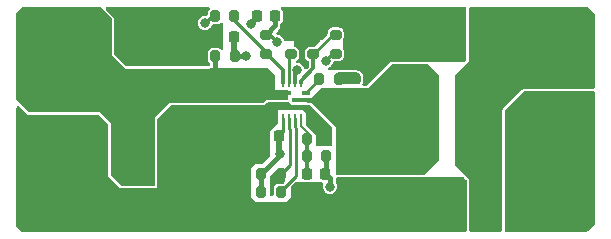
<source format=gtl>
G04 #@! TF.GenerationSoftware,KiCad,Pcbnew,8.0.5*
G04 #@! TF.CreationDate,2024-10-13T03:13:11+02:00*
G04 #@! TF.ProjectId,DCDC_converter,44434443-5f63-46f6-9e76-65727465722e,rev?*
G04 #@! TF.SameCoordinates,Original*
G04 #@! TF.FileFunction,Copper,L1,Top*
G04 #@! TF.FilePolarity,Positive*
%FSLAX46Y46*%
G04 Gerber Fmt 4.6, Leading zero omitted, Abs format (unit mm)*
G04 Created by KiCad (PCBNEW 8.0.5) date 2024-10-13 03:13:11*
%MOMM*%
%LPD*%
G01*
G04 APERTURE LIST*
G04 Aperture macros list*
%AMRoundRect*
0 Rectangle with rounded corners*
0 $1 Rounding radius*
0 $2 $3 $4 $5 $6 $7 $8 $9 X,Y pos of 4 corners*
0 Add a 4 corners polygon primitive as box body*
4,1,4,$2,$3,$4,$5,$6,$7,$8,$9,$2,$3,0*
0 Add four circle primitives for the rounded corners*
1,1,$1+$1,$2,$3*
1,1,$1+$1,$4,$5*
1,1,$1+$1,$6,$7*
1,1,$1+$1,$8,$9*
0 Add four rect primitives between the rounded corners*
20,1,$1+$1,$2,$3,$4,$5,0*
20,1,$1+$1,$4,$5,$6,$7,0*
20,1,$1+$1,$6,$7,$8,$9,0*
20,1,$1+$1,$8,$9,$2,$3,0*%
G04 Aperture macros list end*
G04 #@! TA.AperFunction,SMDPad,CuDef*
%ADD10RoundRect,0.250000X0.250000X0.475000X-0.250000X0.475000X-0.250000X-0.475000X0.250000X-0.475000X0*%
G04 #@! TD*
G04 #@! TA.AperFunction,SMDPad,CuDef*
%ADD11RoundRect,0.200000X-0.200000X-0.275000X0.200000X-0.275000X0.200000X0.275000X-0.200000X0.275000X0*%
G04 #@! TD*
G04 #@! TA.AperFunction,SMDPad,CuDef*
%ADD12RoundRect,0.250000X-0.475000X0.250000X-0.475000X-0.250000X0.475000X-0.250000X0.475000X0.250000X0*%
G04 #@! TD*
G04 #@! TA.AperFunction,SMDPad,CuDef*
%ADD13RoundRect,0.200000X-0.275000X0.200000X-0.275000X-0.200000X0.275000X-0.200000X0.275000X0.200000X0*%
G04 #@! TD*
G04 #@! TA.AperFunction,SMDPad,CuDef*
%ADD14RoundRect,0.200000X0.275000X-0.200000X0.275000X0.200000X-0.275000X0.200000X-0.275000X-0.200000X0*%
G04 #@! TD*
G04 #@! TA.AperFunction,SMDPad,CuDef*
%ADD15RoundRect,0.225000X0.225000X0.250000X-0.225000X0.250000X-0.225000X-0.250000X0.225000X-0.250000X0*%
G04 #@! TD*
G04 #@! TA.AperFunction,ComponentPad*
%ADD16R,1.700000X1.700000*%
G04 #@! TD*
G04 #@! TA.AperFunction,ComponentPad*
%ADD17O,1.700000X1.700000*%
G04 #@! TD*
G04 #@! TA.AperFunction,SMDPad,CuDef*
%ADD18R,2.600000X8.200000*%
G04 #@! TD*
G04 #@! TA.AperFunction,SMDPad,CuDef*
%ADD19RoundRect,0.200000X0.200000X0.275000X-0.200000X0.275000X-0.200000X-0.275000X0.200000X-0.275000X0*%
G04 #@! TD*
G04 #@! TA.AperFunction,ComponentPad*
%ADD20R,1.600000X1.600000*%
G04 #@! TD*
G04 #@! TA.AperFunction,ComponentPad*
%ADD21C,1.600000*%
G04 #@! TD*
G04 #@! TA.AperFunction,SMDPad,CuDef*
%ADD22RoundRect,0.218750X-0.218750X-0.256250X0.218750X-0.256250X0.218750X0.256250X-0.218750X0.256250X0*%
G04 #@! TD*
G04 #@! TA.AperFunction,SMDPad,CuDef*
%ADD23RoundRect,0.225000X0.250000X-0.225000X0.250000X0.225000X-0.250000X0.225000X-0.250000X-0.225000X0*%
G04 #@! TD*
G04 #@! TA.AperFunction,SMDPad,CuDef*
%ADD24RoundRect,0.225000X-0.250000X0.225000X-0.250000X-0.225000X0.250000X-0.225000X0.250000X0.225000X0*%
G04 #@! TD*
G04 #@! TA.AperFunction,SMDPad,CuDef*
%ADD25R,1.500000X0.300000*%
G04 #@! TD*
G04 #@! TA.AperFunction,SMDPad,CuDef*
%ADD26R,0.250000X0.700000*%
G04 #@! TD*
G04 #@! TA.AperFunction,SMDPad,CuDef*
%ADD27R,0.700000X0.300000*%
G04 #@! TD*
G04 #@! TA.AperFunction,ViaPad*
%ADD28C,0.600000*%
G04 #@! TD*
G04 #@! TA.AperFunction,ViaPad*
%ADD29C,0.450000*%
G04 #@! TD*
G04 #@! TA.AperFunction,ViaPad*
%ADD30C,0.800000*%
G04 #@! TD*
G04 #@! TA.AperFunction,Conductor*
%ADD31C,0.400000*%
G04 #@! TD*
G04 #@! TA.AperFunction,Conductor*
%ADD32C,0.500000*%
G04 #@! TD*
G04 #@! TA.AperFunction,Conductor*
%ADD33C,0.300000*%
G04 #@! TD*
G04 #@! TA.AperFunction,Conductor*
%ADD34C,0.250000*%
G04 #@! TD*
G04 #@! TA.AperFunction,Conductor*
%ADD35C,1.000000*%
G04 #@! TD*
G04 #@! TA.AperFunction,Conductor*
%ADD36C,0.200000*%
G04 #@! TD*
G04 APERTURE END LIST*
D10*
X89654998Y-53640000D03*
X87755000Y-53640000D03*
D11*
X67312500Y-51275000D03*
X68962500Y-51275000D03*
D12*
X68772500Y-57735000D03*
X68772500Y-59634998D03*
D10*
X89704998Y-68460000D03*
X87805000Y-68460000D03*
D13*
X77537500Y-52820000D03*
X77537500Y-54470000D03*
D14*
X73732500Y-54475000D03*
X73732500Y-52825000D03*
D15*
X68922500Y-53050000D03*
X67372500Y-53050000D03*
D11*
X71242500Y-64655000D03*
X72892500Y-64655000D03*
X67327500Y-54660000D03*
X68977500Y-54660000D03*
D16*
X94037500Y-64830000D03*
D17*
X96577500Y-64830000D03*
D16*
X94037500Y-54670000D03*
D17*
X96577500Y-54670000D03*
D18*
X84037500Y-60000000D03*
X89637500Y-60000000D03*
D19*
X76722500Y-63125000D03*
X75072500Y-63125000D03*
D20*
X61317500Y-64440000D03*
D21*
X63817500Y-64440000D03*
D22*
X70850000Y-51275000D03*
X72425000Y-51275000D03*
D23*
X79182500Y-58095000D03*
X79182500Y-56545000D03*
D16*
X55937500Y-67370000D03*
D17*
X53397500Y-67370000D03*
D11*
X71242500Y-66115000D03*
X72892500Y-66115000D03*
X75072500Y-61665000D03*
X76722500Y-61665000D03*
D14*
X71605000Y-54475000D03*
X71605000Y-52825000D03*
D15*
X76672500Y-64655000D03*
X75122500Y-64655000D03*
D12*
X66812500Y-57735002D03*
X66812500Y-59635000D03*
D16*
X55937500Y-52130000D03*
D17*
X53397500Y-52130000D03*
D10*
X89704998Y-66500000D03*
X87805000Y-66500000D03*
X89654999Y-51680000D03*
X87755001Y-51680000D03*
D24*
X70482500Y-57925000D03*
X70482500Y-59475000D03*
D12*
X64852500Y-57735002D03*
X64852500Y-59635000D03*
D11*
X76142500Y-56565000D03*
X77792500Y-56565000D03*
D25*
X73012500Y-57755000D03*
X73012500Y-59055000D03*
D26*
X73062500Y-59855000D03*
X73562500Y-59855000D03*
X74062500Y-59855000D03*
X74562500Y-59855000D03*
D27*
X75012500Y-59055000D03*
D25*
X74612500Y-58405000D03*
D27*
X75012500Y-57755000D03*
D26*
X74562500Y-56955000D03*
X74062500Y-56955000D03*
X73562500Y-56955000D03*
X73062500Y-56955000D03*
D15*
X72742500Y-61395000D03*
X71192500Y-61395000D03*
D14*
X75637500Y-54470000D03*
X75637500Y-52820000D03*
D28*
X67750000Y-64250000D03*
X51550000Y-61150000D03*
X65100000Y-53000000D03*
X70125000Y-60725000D03*
X75700000Y-51250000D03*
X56350000Y-62450000D03*
X62250000Y-68500000D03*
X56800000Y-64900000D03*
X68950000Y-61400000D03*
X71675000Y-60150000D03*
X64650000Y-68500000D03*
X69550000Y-62600000D03*
X92975000Y-59350000D03*
X67750000Y-66650000D03*
X60300000Y-53000000D03*
X84550000Y-68500000D03*
X63900000Y-51800000D03*
X53950000Y-63700000D03*
X57550000Y-61150000D03*
X75825000Y-60025000D03*
X96550000Y-59350000D03*
X81300000Y-66500000D03*
X94425000Y-61750000D03*
X81775000Y-51250000D03*
X85750000Y-68500000D03*
X57550000Y-63700000D03*
X71675000Y-59250000D03*
X66300000Y-66650000D03*
X94425000Y-59350000D03*
X83125000Y-52650000D03*
X52000000Y-64900000D03*
X55150000Y-61150000D03*
X79650000Y-54800000D03*
X98000000Y-59350000D03*
X98000000Y-61750000D03*
X62700000Y-53000000D03*
X71750000Y-68500000D03*
X93250000Y-68025000D03*
X81775000Y-54050000D03*
X61500000Y-51800000D03*
X65850000Y-68500000D03*
X85750000Y-66500000D03*
X52775000Y-62450000D03*
X76937500Y-60800000D03*
X61500000Y-54200000D03*
X63900000Y-54200000D03*
X67750000Y-61400000D03*
X80325000Y-52650000D03*
X84550000Y-66500000D03*
X66550000Y-61400000D03*
X97400000Y-68025000D03*
X67150000Y-62600000D03*
X76187500Y-61950000D03*
X85900000Y-54050000D03*
X51550000Y-63700000D03*
X66300000Y-64250000D03*
X85900000Y-51250000D03*
X68350000Y-62600000D03*
X74150000Y-68500000D03*
X67750000Y-65450000D03*
X53950000Y-61150000D03*
X80100000Y-66500000D03*
X66300000Y-65450000D03*
X81300000Y-68500000D03*
X96550000Y-61750000D03*
X78100000Y-51250000D03*
X55150000Y-63700000D03*
X61050000Y-68500000D03*
X70550000Y-68500000D03*
X80100000Y-68500000D03*
X92975000Y-61750000D03*
X75350000Y-68500000D03*
X59800000Y-63650000D03*
X60400000Y-56850000D03*
X61000000Y-61250000D03*
D29*
X72225000Y-58125000D03*
D28*
X71650000Y-57850000D03*
X52200000Y-55625000D03*
X69700000Y-58300000D03*
X65900000Y-56150000D03*
X69500000Y-56150000D03*
X68900000Y-56900000D03*
X67800000Y-58300000D03*
X70100000Y-56900000D03*
X60400000Y-58550000D03*
X67100000Y-56150000D03*
X53400000Y-58250000D03*
X58200000Y-55625000D03*
X57000000Y-55625000D03*
X57000000Y-58250000D03*
X71350000Y-56900000D03*
X67700000Y-56900000D03*
X65300000Y-56900000D03*
D29*
X73325000Y-58125000D03*
D28*
X52200000Y-58250000D03*
X68300000Y-56150000D03*
X70800000Y-56150000D03*
X59800000Y-62450000D03*
X58200000Y-58250000D03*
X53400000Y-55625000D03*
X64700000Y-56150000D03*
X65850000Y-58300000D03*
X54600000Y-57050000D03*
X62000000Y-57650000D03*
X66500000Y-56900000D03*
D29*
X72775000Y-58125000D03*
D28*
X59800000Y-60050000D03*
X59800000Y-64850000D03*
X61000000Y-62450000D03*
X55800000Y-57050000D03*
D30*
X69950000Y-54650000D03*
X74287500Y-55837500D03*
X72850000Y-62950000D03*
X72587500Y-53450000D03*
X76737500Y-55050000D03*
D28*
X98700000Y-56650000D03*
X97650000Y-52450000D03*
X91450000Y-53900000D03*
X92075000Y-57250000D03*
D30*
X77037500Y-65700000D03*
D28*
X89550000Y-64925000D03*
X97650000Y-51250000D03*
X92575000Y-51850000D03*
X90925000Y-64925000D03*
D30*
X90650000Y-67500000D03*
X70337500Y-51912500D03*
X66450000Y-51850000D03*
D31*
X67327500Y-54660000D02*
X67327500Y-55960000D01*
D32*
X68922500Y-53050000D02*
X68922500Y-54605000D01*
D31*
X69940000Y-54660000D02*
X68977500Y-54660000D01*
D32*
X68922500Y-54605000D02*
X68977500Y-54660000D01*
D33*
X74062500Y-56062500D02*
X74062500Y-56955000D01*
D31*
X69950000Y-54650000D02*
X69940000Y-54660000D01*
D34*
X69950000Y-54650000D02*
X69630000Y-54650000D01*
D33*
X74287500Y-55837500D02*
X74062500Y-56062500D01*
D32*
X72737500Y-62800000D02*
X72887500Y-62950000D01*
D33*
X76737500Y-55050000D02*
X77317500Y-54470000D01*
D31*
X72850000Y-63047500D02*
X71242500Y-64655000D01*
D33*
X71962500Y-52825000D02*
X72587500Y-53450000D01*
D31*
X72687500Y-62845000D02*
X72687500Y-63155000D01*
D32*
X72737500Y-61400000D02*
X72737500Y-62800000D01*
D31*
X72425000Y-52005000D02*
X71605000Y-52825000D01*
D32*
X72742500Y-61395000D02*
X72737500Y-61400000D01*
D34*
X73062500Y-59855000D02*
X73062500Y-61045000D01*
D33*
X77317500Y-54470000D02*
X77537500Y-54470000D01*
D34*
X73062500Y-61045000D02*
X72712500Y-61395000D01*
D33*
X71605000Y-52825000D02*
X71962500Y-52825000D01*
D31*
X72425000Y-51275000D02*
X72425000Y-52005000D01*
X71242500Y-66115000D02*
X71242500Y-64655000D01*
X72850000Y-62950000D02*
X72850000Y-63047500D01*
D35*
X77937500Y-56500000D02*
X79137500Y-56500000D01*
D32*
X79122500Y-56565000D02*
X79137500Y-56550000D01*
D33*
X74667500Y-58350000D02*
X74612500Y-58405000D01*
D31*
X75218750Y-58350000D02*
X76181250Y-58350000D01*
D33*
X75218750Y-58350000D02*
X74667500Y-58350000D01*
D31*
X76687500Y-64650000D02*
X77037500Y-65000000D01*
X77037500Y-65000000D02*
X77037500Y-65700000D01*
X76722500Y-64615000D02*
X76687500Y-64650000D01*
X76722500Y-63125000D02*
X76722500Y-64615000D01*
D33*
X75072500Y-63135000D02*
X75087500Y-63150000D01*
X75072500Y-61665000D02*
X75072500Y-63135000D01*
D36*
X74562500Y-59855000D02*
X74562500Y-60525000D01*
X75337500Y-61350000D02*
X75087500Y-61600000D01*
X74562500Y-60525000D02*
X75337500Y-61300000D01*
X75087500Y-61600000D02*
X75087500Y-61650000D01*
D33*
X75122500Y-64655000D02*
X75122500Y-63135000D01*
X75122500Y-63135000D02*
X75087500Y-63100000D01*
D36*
X75337500Y-61300000D02*
X75337500Y-61350000D01*
D34*
X73687500Y-63900000D02*
X72937500Y-64650000D01*
X73687500Y-60887437D02*
X73687500Y-63900000D01*
X73562500Y-59855000D02*
X73562500Y-60762437D01*
X73562500Y-60762437D02*
X73687500Y-60887437D01*
X74062500Y-60626041D02*
X74187500Y-60751041D01*
X74187500Y-60751041D02*
X74187500Y-64800000D01*
X74062500Y-59855000D02*
X74062500Y-60626041D01*
X74187500Y-64800000D02*
X72887500Y-66100000D01*
X73562500Y-54645000D02*
X73732500Y-54475000D01*
X73562500Y-56955000D02*
X73562500Y-54645000D01*
X76142500Y-56565000D02*
X76142500Y-56625000D01*
X76142500Y-56625000D02*
X75012500Y-57755000D01*
D33*
X68962500Y-51275000D02*
X68962500Y-51631739D01*
D34*
X71605000Y-54475000D02*
X71745000Y-54475000D01*
D33*
X71745000Y-54475000D02*
X73062500Y-55792500D01*
X68962500Y-51631739D02*
X71745000Y-54414239D01*
X73062500Y-55792500D02*
X73062500Y-56955000D01*
X71745000Y-54414239D02*
X71745000Y-54475000D01*
X74562500Y-56747500D02*
X74562500Y-56955000D01*
X75637500Y-54470000D02*
X75637500Y-55672500D01*
D34*
X75637500Y-54470000D02*
X75562500Y-54395000D01*
D33*
X75637500Y-55672500D02*
X74562500Y-56747500D01*
D34*
X77537500Y-52820000D02*
X77287500Y-52820000D01*
X75562500Y-54395000D02*
X75562500Y-54385000D01*
X77287500Y-52820000D02*
X75637500Y-54470000D01*
X70850000Y-51400000D02*
X70337500Y-51912500D01*
X66450000Y-51850000D02*
X67025000Y-51275000D01*
D33*
X70850000Y-51275000D02*
X70850000Y-51400000D01*
X67025000Y-51275000D02*
X67312500Y-51275000D01*
G04 #@! TA.AperFunction,Conductor*
G36*
X57658303Y-50520185D02*
G01*
X57678565Y-50536440D01*
X57891416Y-50747472D01*
X57912943Y-50776101D01*
X57931816Y-50810664D01*
X57931820Y-50810670D01*
X57966860Y-50857477D01*
X57966864Y-50857481D01*
X57966871Y-50857491D01*
X57966878Y-50857498D01*
X58558181Y-51448801D01*
X58591666Y-51510124D01*
X58594500Y-51536482D01*
X58594500Y-54448638D01*
X58595678Y-54470618D01*
X58598511Y-54496965D01*
X58598512Y-54496967D01*
X58622470Y-54573478D01*
X58622471Y-54573483D01*
X58636872Y-54599855D01*
X58655956Y-54634805D01*
X58655958Y-54634808D01*
X58655960Y-54634811D01*
X58690998Y-54681615D01*
X58691002Y-54681619D01*
X58691009Y-54681629D01*
X58691016Y-54681636D01*
X59618365Y-55608986D01*
X59618366Y-55608987D01*
X59634716Y-55623674D01*
X59634730Y-55623686D01*
X59634738Y-55623693D01*
X59643136Y-55630460D01*
X59655379Y-55640327D01*
X59726424Y-55677490D01*
X59793456Y-55697173D01*
X59793458Y-55697173D01*
X59793464Y-55697175D01*
X59851362Y-55705500D01*
X59851366Y-55705500D01*
X66802991Y-55705500D01*
X66803000Y-55705500D01*
X66846684Y-55700803D01*
X66884488Y-55692579D01*
X66898174Y-55689602D01*
X66898190Y-55689598D01*
X66898195Y-55689597D01*
X66908373Y-55687110D01*
X66987305Y-55645048D01*
X67046129Y-55630481D01*
X71698285Y-55649785D01*
X71765241Y-55669748D01*
X71786236Y-55686896D01*
X72401967Y-56313821D01*
X72434899Y-56375443D01*
X72437500Y-56400709D01*
X72437500Y-57525000D01*
X73413500Y-57525000D01*
X73480539Y-57544685D01*
X73526294Y-57597489D01*
X73537500Y-57649000D01*
X73537500Y-58220500D01*
X73517815Y-58287539D01*
X73465011Y-58333294D01*
X73413500Y-58344500D01*
X73371389Y-58344500D01*
X73355292Y-58345132D01*
X73334725Y-58346750D01*
X73315278Y-58346750D01*
X73294710Y-58345132D01*
X73278611Y-58344500D01*
X73278598Y-58344500D01*
X72821402Y-58344500D01*
X72821389Y-58344500D01*
X72805292Y-58345132D01*
X72784725Y-58346750D01*
X72765278Y-58346750D01*
X72744710Y-58345132D01*
X72728611Y-58344500D01*
X72728598Y-58344500D01*
X72271402Y-58344500D01*
X72271389Y-58344500D01*
X72255292Y-58345132D01*
X72234725Y-58346750D01*
X72215278Y-58346750D01*
X72194710Y-58345132D01*
X72178611Y-58344500D01*
X72178598Y-58344500D01*
X71801362Y-58344500D01*
X71801361Y-58344500D01*
X71779381Y-58345678D01*
X71753034Y-58348511D01*
X71753032Y-58348512D01*
X71676521Y-58372470D01*
X71676516Y-58372471D01*
X71615188Y-58405960D01*
X71568384Y-58440998D01*
X71568363Y-58441016D01*
X71451199Y-58558181D01*
X71389876Y-58591666D01*
X71363518Y-58594500D01*
X69784307Y-58594500D01*
X69773892Y-58594872D01*
X69772528Y-58594921D01*
X69768100Y-58595000D01*
X69631900Y-58595000D01*
X69627472Y-58594921D01*
X69626107Y-58594872D01*
X69615693Y-58594500D01*
X67884307Y-58594500D01*
X67873892Y-58594872D01*
X67872528Y-58594921D01*
X67868100Y-58595000D01*
X67731900Y-58595000D01*
X67727472Y-58594921D01*
X67726107Y-58594872D01*
X67715693Y-58594500D01*
X65934307Y-58594500D01*
X65923892Y-58594872D01*
X65922528Y-58594921D01*
X65918100Y-58595000D01*
X65781900Y-58595000D01*
X65777472Y-58594921D01*
X65776107Y-58594872D01*
X65765693Y-58594500D01*
X63601362Y-58594500D01*
X63601361Y-58594500D01*
X63579381Y-58595678D01*
X63546979Y-58599163D01*
X63546916Y-58598578D01*
X63533117Y-58600000D01*
X63437500Y-58600000D01*
X62913244Y-59146099D01*
X62911473Y-59147906D01*
X62341014Y-59718365D01*
X62341012Y-59718366D01*
X62326325Y-59734716D01*
X62326302Y-59734743D01*
X62309675Y-59755376D01*
X62309669Y-59755386D01*
X62295516Y-59782442D01*
X62275095Y-59810837D01*
X62237501Y-59849998D01*
X62237500Y-59850001D01*
X62237500Y-65520500D01*
X62217815Y-65587539D01*
X62165011Y-65633294D01*
X62113500Y-65644500D01*
X59433362Y-65644500D01*
X59366323Y-65624815D01*
X59345681Y-65608181D01*
X58573819Y-64836319D01*
X58540334Y-64774996D01*
X58537500Y-64748638D01*
X58537500Y-60290000D01*
X58537499Y-60289999D01*
X58092817Y-59849998D01*
X57587500Y-59350000D01*
X57587499Y-59350000D01*
X51551362Y-59350000D01*
X51484323Y-59330315D01*
X51463681Y-59313681D01*
X50536819Y-58386819D01*
X50503334Y-58325496D01*
X50500500Y-58299138D01*
X50500500Y-50996195D01*
X50520185Y-50929156D01*
X50536434Y-50908900D01*
X50904932Y-50537198D01*
X50966110Y-50503449D01*
X50992992Y-50500500D01*
X57591264Y-50500500D01*
X57658303Y-50520185D01*
G37*
G04 #@! TD.AperFunction*
G04 #@! TA.AperFunction,Conductor*
G36*
X88543039Y-50520185D02*
G01*
X88588794Y-50572989D01*
X88600000Y-50624500D01*
X88600000Y-54848638D01*
X88580315Y-54915677D01*
X88563681Y-54936319D01*
X88386319Y-55113681D01*
X88324996Y-55147166D01*
X88298638Y-55150000D01*
X82149999Y-55150000D01*
X80186319Y-57113681D01*
X80124996Y-57147166D01*
X80098638Y-57150000D01*
X79918780Y-57150000D01*
X79851741Y-57130315D01*
X79805986Y-57077511D01*
X79796042Y-57008353D01*
X79808295Y-56969706D01*
X79818659Y-56949364D01*
X79842219Y-56903126D01*
X79842219Y-56903124D01*
X79842220Y-56903123D01*
X79858000Y-56803493D01*
X79858000Y-56286506D01*
X79842220Y-56186878D01*
X79842219Y-56186876D01*
X79842219Y-56186874D01*
X79781028Y-56066780D01*
X79781026Y-56066778D01*
X79781023Y-56066774D01*
X79685725Y-55971476D01*
X79685722Y-55971474D01*
X79685720Y-55971472D01*
X79604100Y-55929884D01*
X79565623Y-55910279D01*
X79527176Y-55904190D01*
X79477688Y-55884822D01*
X79469308Y-55879223D01*
X79341832Y-55826421D01*
X79341822Y-55826418D01*
X79206495Y-55799500D01*
X79206493Y-55799500D01*
X77868507Y-55799500D01*
X77868505Y-55799500D01*
X77733178Y-55826418D01*
X77733174Y-55826419D01*
X77699013Y-55840569D01*
X77649223Y-55849985D01*
X77024789Y-55838203D01*
X76958133Y-55817257D01*
X76913382Y-55763599D01*
X76904745Y-55694266D01*
X76934964Y-55631269D01*
X76979674Y-55599664D01*
X77040341Y-55574536D01*
X77165782Y-55478282D01*
X77262036Y-55352841D01*
X77322544Y-55206762D01*
X77326289Y-55178313D01*
X77354555Y-55114417D01*
X77412880Y-55075946D01*
X77449228Y-55070499D01*
X77844017Y-55070499D01*
X77844018Y-55070499D01*
X77937804Y-55055646D01*
X78050842Y-54998050D01*
X78140550Y-54908342D01*
X78198146Y-54795304D01*
X78198146Y-54795302D01*
X78198147Y-54795301D01*
X78212999Y-54701524D01*
X78213000Y-54701519D01*
X78212999Y-54238482D01*
X78201526Y-54166037D01*
X78200000Y-54146641D01*
X78200000Y-53147728D01*
X78201624Y-53147728D01*
X78200927Y-53127744D01*
X78212999Y-53051523D01*
X78213000Y-53051519D01*
X78212999Y-52588482D01*
X78198146Y-52494696D01*
X78140550Y-52381658D01*
X78140546Y-52381654D01*
X78140545Y-52381652D01*
X78050847Y-52291954D01*
X78050844Y-52291952D01*
X78050842Y-52291950D01*
X77970303Y-52250913D01*
X77937801Y-52234352D01*
X77844024Y-52219500D01*
X77230982Y-52219500D01*
X77150019Y-52232323D01*
X77137196Y-52234354D01*
X77024158Y-52291950D01*
X77024157Y-52291951D01*
X77024152Y-52291954D01*
X76934454Y-52381652D01*
X76934451Y-52381657D01*
X76934450Y-52381658D01*
X76915251Y-52419337D01*
X76876852Y-52494698D01*
X76862000Y-52588475D01*
X76862000Y-52733810D01*
X76842315Y-52800849D01*
X76825681Y-52821491D01*
X76437269Y-53209902D01*
X76375946Y-53243387D01*
X76352688Y-53246182D01*
X76200000Y-53249999D01*
X76200000Y-53395810D01*
X76180315Y-53462849D01*
X76163681Y-53483491D01*
X75813990Y-53833181D01*
X75752667Y-53866666D01*
X75726309Y-53869500D01*
X75330982Y-53869500D01*
X75250019Y-53882323D01*
X75237196Y-53884354D01*
X75124158Y-53941950D01*
X75124157Y-53941951D01*
X75124152Y-53941954D01*
X75034454Y-54031652D01*
X75034451Y-54031657D01*
X75034450Y-54031658D01*
X75022209Y-54055682D01*
X74976852Y-54144698D01*
X74962000Y-54238475D01*
X74962000Y-54701517D01*
X74972792Y-54769657D01*
X74976854Y-54795304D01*
X75034450Y-54908342D01*
X75034452Y-54908344D01*
X75034454Y-54908347D01*
X75124152Y-54998045D01*
X75124156Y-54998048D01*
X75124158Y-54998050D01*
X75219297Y-55046526D01*
X75270091Y-55094499D01*
X75287000Y-55157009D01*
X75287000Y-55475955D01*
X75267315Y-55542994D01*
X75250681Y-55563636D01*
X75079575Y-55734742D01*
X75018252Y-55768227D01*
X74948560Y-55763243D01*
X74892627Y-55721371D01*
X74876389Y-55687942D01*
X74875654Y-55688247D01*
X74838962Y-55599664D01*
X74812036Y-55534659D01*
X74715782Y-55409218D01*
X74590341Y-55312964D01*
X74444262Y-55252456D01*
X74421196Y-55249419D01*
X74293529Y-55232611D01*
X74229633Y-55204344D01*
X74191162Y-55146019D01*
X74190331Y-55076155D01*
X74227403Y-55016932D01*
X74238417Y-55009426D01*
X74237950Y-55008783D01*
X74245835Y-55003053D01*
X74245842Y-55003050D01*
X74335550Y-54913342D01*
X74393146Y-54800304D01*
X74393146Y-54800302D01*
X74393147Y-54800301D01*
X74407999Y-54706524D01*
X74408000Y-54706519D01*
X74407999Y-54243482D01*
X74393146Y-54149696D01*
X74335550Y-54036658D01*
X74335546Y-54036654D01*
X74335545Y-54036652D01*
X74245847Y-53946954D01*
X74245844Y-53946952D01*
X74245842Y-53946950D01*
X74132804Y-53889354D01*
X74132802Y-53889353D01*
X74132801Y-53889353D01*
X74104600Y-53884886D01*
X74041466Y-53854956D01*
X74004536Y-53795644D01*
X74000000Y-53762413D01*
X74000000Y-53400000D01*
X73295344Y-53400000D01*
X73228305Y-53380315D01*
X73182550Y-53327511D01*
X73174939Y-53301009D01*
X73174647Y-53301088D01*
X73172544Y-53293243D01*
X73172544Y-53293238D01*
X73112036Y-53147159D01*
X73015782Y-53021718D01*
X72890341Y-52925464D01*
X72744262Y-52864956D01*
X72723851Y-52862268D01*
X72637082Y-52850845D01*
X72573186Y-52822578D01*
X72565587Y-52815587D01*
X72537681Y-52787681D01*
X72504196Y-52726358D01*
X72509180Y-52656666D01*
X72537681Y-52612319D01*
X72655303Y-52494697D01*
X72850000Y-52300000D01*
X72850000Y-51969262D01*
X72869685Y-51902223D01*
X72887920Y-51883128D01*
X72886350Y-51881558D01*
X72893248Y-51874659D01*
X72893251Y-51874658D01*
X72987158Y-51780751D01*
X73047451Y-51662420D01*
X73047451Y-51662418D01*
X73047452Y-51662417D01*
X73063000Y-51564251D01*
X73063000Y-50985748D01*
X73047452Y-50887582D01*
X73047451Y-50887580D01*
X72987158Y-50769249D01*
X72987154Y-50769245D01*
X72987153Y-50769243D01*
X72930091Y-50712181D01*
X72896606Y-50650858D01*
X72901590Y-50581166D01*
X72943462Y-50525233D01*
X73008926Y-50500816D01*
X73017772Y-50500500D01*
X88476000Y-50500500D01*
X88543039Y-50520185D01*
G37*
G04 #@! TD.AperFunction*
G04 #@! TA.AperFunction,Conductor*
G36*
X66813284Y-50520185D02*
G01*
X66859039Y-50572989D01*
X66868983Y-50642147D01*
X66839958Y-50705703D01*
X66833926Y-50712181D01*
X66784454Y-50761652D01*
X66784451Y-50761657D01*
X66726852Y-50874698D01*
X66712000Y-50968475D01*
X66712000Y-51076311D01*
X66692315Y-51143350D01*
X66675680Y-51163993D01*
X66621683Y-51217989D01*
X66560360Y-51251473D01*
X66517818Y-51253246D01*
X66450001Y-51244318D01*
X66449999Y-51244318D01*
X66293239Y-51264955D01*
X66293237Y-51264956D01*
X66147160Y-51325463D01*
X66021718Y-51421718D01*
X65925463Y-51547160D01*
X65864956Y-51693237D01*
X65864955Y-51693239D01*
X65844318Y-51849998D01*
X65844318Y-51850001D01*
X65864955Y-52006760D01*
X65864956Y-52006762D01*
X65925464Y-52152841D01*
X66021718Y-52278282D01*
X66147159Y-52374536D01*
X66293238Y-52435044D01*
X66371619Y-52445363D01*
X66449999Y-52455682D01*
X66450000Y-52455682D01*
X66450001Y-52455682D01*
X66502254Y-52448802D01*
X66606762Y-52435044D01*
X66752841Y-52374536D01*
X66878282Y-52278282D01*
X66974536Y-52152841D01*
X67026642Y-52027045D01*
X67070481Y-51972643D01*
X67136775Y-51950578D01*
X67141153Y-51950499D01*
X67544018Y-51950499D01*
X67637804Y-51935646D01*
X67750842Y-51878050D01*
X67750847Y-51878045D01*
X67788319Y-51840574D01*
X67849642Y-51807089D01*
X67919334Y-51812073D01*
X67975267Y-51853945D01*
X67999684Y-51919409D01*
X68000000Y-51928255D01*
X68000000Y-53991745D01*
X67980315Y-54058784D01*
X67927511Y-54104539D01*
X67858353Y-54114483D01*
X67794797Y-54085458D01*
X67788319Y-54079426D01*
X67765847Y-54056954D01*
X67765844Y-54056952D01*
X67765842Y-54056950D01*
X67689017Y-54017805D01*
X67652801Y-53999352D01*
X67559024Y-53984500D01*
X67095982Y-53984500D01*
X67015019Y-53997323D01*
X67002196Y-53999354D01*
X66889158Y-54056950D01*
X66889157Y-54056951D01*
X66889152Y-54056954D01*
X66799454Y-54146652D01*
X66799451Y-54146657D01*
X66741852Y-54259698D01*
X66727000Y-54353475D01*
X66727000Y-54966517D01*
X66737792Y-55034657D01*
X66741854Y-55060304D01*
X66799450Y-55173342D01*
X66889158Y-55263050D01*
X66889160Y-55263051D01*
X66890681Y-55264572D01*
X66924166Y-55325895D01*
X66927000Y-55352254D01*
X66927000Y-55376000D01*
X66907315Y-55443039D01*
X66854511Y-55488794D01*
X66803000Y-55500000D01*
X59851362Y-55500000D01*
X59784323Y-55480315D01*
X59763681Y-55463681D01*
X58836319Y-54536319D01*
X58802834Y-54474996D01*
X58800000Y-54448638D01*
X58800000Y-51400000D01*
X58112181Y-50712181D01*
X58078696Y-50650858D01*
X58083680Y-50581166D01*
X58125552Y-50525233D01*
X58191016Y-50500816D01*
X58199862Y-50500500D01*
X66746245Y-50500500D01*
X66813284Y-50520185D01*
G37*
G04 #@! TD.AperFunction*
G04 #@! TA.AperFunction,Conductor*
G36*
X73180539Y-64319685D02*
G01*
X73226294Y-64372489D01*
X73237500Y-64424000D01*
X73237500Y-65238311D01*
X73217815Y-65305350D01*
X73201184Y-65325988D01*
X73127398Y-65399774D01*
X73123991Y-65403182D01*
X73062667Y-65436666D01*
X73036310Y-65439500D01*
X72660982Y-65439500D01*
X72580019Y-65452323D01*
X72567196Y-65454354D01*
X72454158Y-65511950D01*
X72454157Y-65511951D01*
X72454152Y-65511954D01*
X72364454Y-65601652D01*
X72364451Y-65601657D01*
X72306852Y-65714698D01*
X72292000Y-65808475D01*
X72292001Y-66376000D01*
X72272317Y-66443039D01*
X72219513Y-66488794D01*
X72168001Y-66500000D01*
X72061500Y-66500000D01*
X71994461Y-66480315D01*
X71948706Y-66427511D01*
X71937500Y-66376000D01*
X71937500Y-64861057D01*
X71957185Y-64794018D01*
X71985896Y-64762772D01*
X72554070Y-64325715D01*
X72619209Y-64300442D01*
X72629674Y-64300000D01*
X73113500Y-64300000D01*
X73180539Y-64319685D01*
G37*
G04 #@! TD.AperFunction*
G04 #@! TA.AperFunction,Conductor*
G36*
X85408677Y-55375185D02*
G01*
X85429319Y-55391819D01*
X86250915Y-56213415D01*
X86284400Y-56274738D01*
X86287232Y-56301737D01*
X86250265Y-63448636D01*
X86230234Y-63515573D01*
X86213493Y-63536129D01*
X85079297Y-64658634D01*
X85017801Y-64691801D01*
X84992071Y-64694500D01*
X77674000Y-64694500D01*
X77673992Y-64694500D01*
X77670692Y-64694678D01*
X77670682Y-64694500D01*
X77670679Y-64694500D01*
X77670679Y-64694435D01*
X77670638Y-64693684D01*
X77605964Y-64681997D01*
X77554840Y-64634373D01*
X77537500Y-64571129D01*
X77537500Y-60650000D01*
X75473819Y-58586319D01*
X75440334Y-58524996D01*
X75437500Y-58498638D01*
X75437500Y-58301362D01*
X75457185Y-58234323D01*
X75473819Y-58213681D01*
X76301181Y-57386319D01*
X76362504Y-57352834D01*
X76388862Y-57350000D01*
X79871658Y-57350000D01*
X79889305Y-57351262D01*
X79892745Y-57351756D01*
X79918780Y-57355500D01*
X79918781Y-57355500D01*
X80098639Y-57355500D01*
X80101180Y-57355363D01*
X80120607Y-57354322D01*
X80120614Y-57354321D01*
X80120618Y-57354321D01*
X80153021Y-57350837D01*
X80153083Y-57351421D01*
X80166883Y-57350000D01*
X80287500Y-57350000D01*
X82245681Y-55391819D01*
X82307004Y-55358334D01*
X82333362Y-55355500D01*
X85341638Y-55355500D01*
X85408677Y-55375185D01*
G37*
G04 #@! TD.AperFunction*
G04 #@! TA.AperFunction,Conductor*
G36*
X72197994Y-58551526D02*
G01*
X72206248Y-58552834D01*
X72224999Y-58555804D01*
X72225000Y-58555804D01*
X72225001Y-58555804D01*
X72243752Y-58552834D01*
X72252005Y-58551526D01*
X72271402Y-58550000D01*
X72728598Y-58550000D01*
X72747994Y-58551526D01*
X72756248Y-58552834D01*
X72774999Y-58555804D01*
X72775000Y-58555804D01*
X72775001Y-58555804D01*
X72793752Y-58552834D01*
X72802005Y-58551526D01*
X72821402Y-58550000D01*
X73278598Y-58550000D01*
X73297994Y-58551526D01*
X73306248Y-58552834D01*
X73324999Y-58555804D01*
X73325000Y-58555804D01*
X73325001Y-58555804D01*
X73343752Y-58552834D01*
X73352005Y-58551526D01*
X73371402Y-58550000D01*
X73548638Y-58550000D01*
X73615677Y-58569685D01*
X73636319Y-58586319D01*
X73649405Y-58599405D01*
X73665725Y-58623828D01*
X73666849Y-58623078D01*
X73717947Y-58699552D01*
X73762262Y-58729162D01*
X73784269Y-58743867D01*
X73784271Y-58743867D01*
X73793880Y-58747847D01*
X73797335Y-58748895D01*
X73799997Y-58749997D01*
X73800000Y-58750000D01*
X73802889Y-58750000D01*
X73827082Y-58752383D01*
X73842751Y-58755500D01*
X75291638Y-58755500D01*
X75358677Y-58775185D01*
X75379319Y-58791819D01*
X77201181Y-60613681D01*
X77234666Y-60675004D01*
X77237500Y-60701362D01*
X77237500Y-62126000D01*
X77217815Y-62193039D01*
X77165011Y-62238794D01*
X77113500Y-62250000D01*
X76011500Y-62250000D01*
X75944461Y-62230315D01*
X75898706Y-62177511D01*
X75887500Y-62126000D01*
X75887500Y-61400000D01*
X75073819Y-60586319D01*
X75040334Y-60524996D01*
X75037500Y-60498638D01*
X75037500Y-59500000D01*
X74787500Y-59250000D01*
X72650000Y-59250000D01*
X72650000Y-60198638D01*
X72630315Y-60265677D01*
X72613681Y-60286319D01*
X71950000Y-60949999D01*
X71950000Y-63098638D01*
X71930315Y-63165677D01*
X71913681Y-63186319D01*
X71336319Y-63763681D01*
X71274996Y-63797166D01*
X71248638Y-63800000D01*
X70749999Y-63800000D01*
X70400000Y-64149999D01*
X70400000Y-64150000D01*
X70400000Y-66650000D01*
X70750000Y-67000000D01*
X73350000Y-67000000D01*
X73750000Y-66600000D01*
X73750000Y-65749187D01*
X73769685Y-65682148D01*
X73786316Y-65661509D01*
X74111506Y-65336318D01*
X74172829Y-65302834D01*
X74199187Y-65300000D01*
X74705717Y-65300000D01*
X74755050Y-65311843D01*
X74755096Y-65311704D01*
X74756867Y-65312279D01*
X74762009Y-65313514D01*
X74764374Y-65314719D01*
X74764376Y-65314719D01*
X74764378Y-65314720D01*
X74864007Y-65330500D01*
X74864012Y-65330500D01*
X75380993Y-65330500D01*
X75480621Y-65314720D01*
X75480621Y-65314719D01*
X75480626Y-65314719D01*
X75482991Y-65313514D01*
X75488132Y-65312279D01*
X75489904Y-65311704D01*
X75489949Y-65311843D01*
X75539283Y-65300000D01*
X76255717Y-65300000D01*
X76305050Y-65311843D01*
X76305096Y-65311704D01*
X76306867Y-65312279D01*
X76312009Y-65313514D01*
X76314374Y-65314719D01*
X76314375Y-65314719D01*
X76314377Y-65314720D01*
X76377426Y-65324706D01*
X76440561Y-65354635D01*
X76477492Y-65413947D01*
X76476494Y-65483809D01*
X76472589Y-65494631D01*
X76452457Y-65543234D01*
X76452455Y-65543239D01*
X76431818Y-65699998D01*
X76431818Y-65700001D01*
X76452455Y-65856760D01*
X76452456Y-65856762D01*
X76512964Y-66002841D01*
X76609218Y-66128282D01*
X76734659Y-66224536D01*
X76880738Y-66285044D01*
X76959119Y-66295363D01*
X77037499Y-66305682D01*
X77037500Y-66305682D01*
X77037501Y-66305682D01*
X77089754Y-66298802D01*
X77194262Y-66285044D01*
X77340341Y-66224536D01*
X77465782Y-66128282D01*
X77562036Y-66002841D01*
X77622544Y-65856762D01*
X77643182Y-65700000D01*
X77622544Y-65543238D01*
X77562036Y-65397159D01*
X77559439Y-65390889D01*
X77550000Y-65343436D01*
X77550000Y-65024000D01*
X77569685Y-64956961D01*
X77622489Y-64911206D01*
X77674000Y-64900000D01*
X88348638Y-64900000D01*
X88415677Y-64919685D01*
X88436319Y-64936319D01*
X88613681Y-65113681D01*
X88647166Y-65175004D01*
X88650000Y-65201362D01*
X88650000Y-69375500D01*
X88630315Y-69442539D01*
X88577511Y-69488294D01*
X88526000Y-69499500D01*
X51000862Y-69499500D01*
X50933823Y-69479815D01*
X50913181Y-69463181D01*
X50536819Y-69086819D01*
X50503334Y-69025496D01*
X50500500Y-68999138D01*
X50500500Y-58999862D01*
X50520185Y-58932823D01*
X50572989Y-58887068D01*
X50642147Y-58877124D01*
X50705703Y-58906149D01*
X50712181Y-58912181D01*
X51400000Y-59600000D01*
X57448638Y-59600000D01*
X57515677Y-59619685D01*
X57536319Y-59636319D01*
X58263681Y-60363681D01*
X58297166Y-60425004D01*
X58300000Y-60451362D01*
X58300000Y-64900000D01*
X59250000Y-65850000D01*
X62450000Y-65850000D01*
X62450000Y-59951362D01*
X62469685Y-59884323D01*
X62486319Y-59863681D01*
X63513681Y-58836319D01*
X63575004Y-58802834D01*
X63601362Y-58800000D01*
X65765693Y-58800000D01*
X65772684Y-58800500D01*
X65778039Y-58800500D01*
X65927316Y-58800500D01*
X65934307Y-58800000D01*
X67715693Y-58800000D01*
X67722684Y-58800500D01*
X67728039Y-58800500D01*
X67877316Y-58800500D01*
X67884307Y-58800000D01*
X69615693Y-58800000D01*
X69622684Y-58800500D01*
X69628039Y-58800500D01*
X69777316Y-58800500D01*
X69784307Y-58800000D01*
X71500000Y-58800000D01*
X71713681Y-58586319D01*
X71775004Y-58552834D01*
X71801362Y-58550000D01*
X72178598Y-58550000D01*
X72197994Y-58551526D01*
G37*
G04 #@! TD.AperFunction*
G04 #@! TA.AperFunction,Conductor*
G36*
X99442539Y-57619685D02*
G01*
X99488294Y-57672489D01*
X99499500Y-57724000D01*
X99499500Y-68799138D01*
X99479815Y-68866177D01*
X99463181Y-68886819D01*
X98886819Y-69463181D01*
X98825496Y-69496666D01*
X98799138Y-69499500D01*
X91974000Y-69499500D01*
X91906961Y-69479815D01*
X91861206Y-69427011D01*
X91850000Y-69375500D01*
X91850000Y-59301362D01*
X91869685Y-59234323D01*
X91886319Y-59213681D01*
X93463681Y-57636319D01*
X93525004Y-57602834D01*
X93551362Y-57600000D01*
X99375500Y-57600000D01*
X99442539Y-57619685D01*
G37*
G04 #@! TD.AperFunction*
G04 #@! TA.AperFunction,Conductor*
G36*
X98866177Y-50520185D02*
G01*
X98886819Y-50536819D01*
X99463181Y-51113181D01*
X99496666Y-51174504D01*
X99499500Y-51200862D01*
X99499500Y-57270500D01*
X99479815Y-57337539D01*
X99427011Y-57383294D01*
X99375500Y-57394500D01*
X93551361Y-57394500D01*
X93529381Y-57395678D01*
X93503034Y-57398511D01*
X93503032Y-57398512D01*
X93426521Y-57422470D01*
X93426516Y-57422471D01*
X93365188Y-57455960D01*
X93318384Y-57490998D01*
X93318363Y-57491016D01*
X91741013Y-59068365D01*
X91741012Y-59068366D01*
X91726325Y-59084716D01*
X91726313Y-59084730D01*
X91709672Y-59105379D01*
X91672509Y-59176424D01*
X91652826Y-59243456D01*
X91644500Y-59301365D01*
X91644500Y-69375500D01*
X91624815Y-69442539D01*
X91572011Y-69488294D01*
X91520500Y-69499500D01*
X88979500Y-69499500D01*
X88912461Y-69479815D01*
X88866706Y-69427011D01*
X88855500Y-69375500D01*
X88855500Y-65201361D01*
X88854321Y-65179381D01*
X88851488Y-65153035D01*
X88843165Y-65126453D01*
X88837500Y-65089401D01*
X88837500Y-65050000D01*
X88774554Y-64987054D01*
X88762969Y-64973685D01*
X88758993Y-64968374D01*
X88758991Y-64968371D01*
X88758986Y-64968366D01*
X88758980Y-64968359D01*
X88581637Y-64791016D01*
X88578176Y-64787907D01*
X88565262Y-64776307D01*
X88565254Y-64776301D01*
X88565249Y-64776296D01*
X88562938Y-64774434D01*
X88553064Y-64765564D01*
X87673819Y-63886319D01*
X87640334Y-63824996D01*
X87637500Y-63798638D01*
X87637500Y-56301362D01*
X87657185Y-56234323D01*
X87673819Y-56213681D01*
X88837500Y-55050000D01*
X88848347Y-50624195D01*
X88868196Y-50557205D01*
X88921112Y-50511580D01*
X88972347Y-50500500D01*
X98799138Y-50500500D01*
X98866177Y-50520185D01*
G37*
G04 #@! TD.AperFunction*
M02*

</source>
